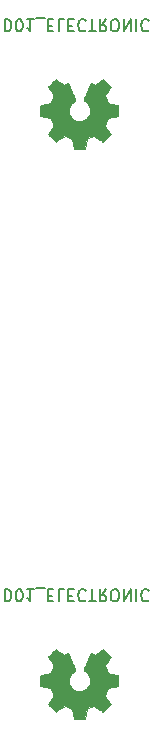
<source format=gbr>
G04 #@! TF.GenerationSoftware,KiCad,Pcbnew,5.1.5-52549c5~86~ubuntu18.04.1*
G04 #@! TF.CreationDate,2020-09-11T14:43:20-05:00*
G04 #@! TF.ProjectId,,58585858-5858-4585-9858-585858585858,rev?*
G04 #@! TF.SameCoordinates,Original*
G04 #@! TF.FileFunction,Legend,Bot*
G04 #@! TF.FilePolarity,Positive*
%FSLAX46Y46*%
G04 Gerber Fmt 4.6, Leading zero omitted, Abs format (unit mm)*
G04 Created by KiCad (PCBNEW 5.1.5-52549c5~86~ubuntu18.04.1) date 2020-09-11 14:43:20*
%MOMM*%
%LPD*%
G04 APERTURE LIST*
%ADD10C,0.150000*%
%ADD11C,0.010000*%
G04 APERTURE END LIST*
D10*
X115137371Y-83723219D02*
X115137371Y-84723219D01*
X115375466Y-84723219D01*
X115518323Y-84675600D01*
X115613561Y-84580361D01*
X115661180Y-84485123D01*
X115708800Y-84294647D01*
X115708800Y-84151790D01*
X115661180Y-83961314D01*
X115613561Y-83866076D01*
X115518323Y-83770838D01*
X115375466Y-83723219D01*
X115137371Y-83723219D01*
X116327847Y-84723219D02*
X116423085Y-84723219D01*
X116518323Y-84675600D01*
X116565942Y-84627980D01*
X116613561Y-84532742D01*
X116661180Y-84342266D01*
X116661180Y-84104171D01*
X116613561Y-83913695D01*
X116565942Y-83818457D01*
X116518323Y-83770838D01*
X116423085Y-83723219D01*
X116327847Y-83723219D01*
X116232609Y-83770838D01*
X116184990Y-83818457D01*
X116137371Y-83913695D01*
X116089752Y-84104171D01*
X116089752Y-84342266D01*
X116137371Y-84532742D01*
X116184990Y-84627980D01*
X116232609Y-84675600D01*
X116327847Y-84723219D01*
X117613561Y-83723219D02*
X117042133Y-83723219D01*
X117327847Y-83723219D02*
X117327847Y-84723219D01*
X117232609Y-84580361D01*
X117137371Y-84485123D01*
X117042133Y-84437504D01*
X117804038Y-83627980D02*
X118565942Y-83627980D01*
X118804038Y-84247028D02*
X119137371Y-84247028D01*
X119280228Y-83723219D02*
X118804038Y-83723219D01*
X118804038Y-84723219D01*
X119280228Y-84723219D01*
X120184990Y-83723219D02*
X119708800Y-83723219D01*
X119708800Y-84723219D01*
X120518323Y-84247028D02*
X120851657Y-84247028D01*
X120994514Y-83723219D02*
X120518323Y-83723219D01*
X120518323Y-84723219D01*
X120994514Y-84723219D01*
X121994514Y-83818457D02*
X121946895Y-83770838D01*
X121804038Y-83723219D01*
X121708800Y-83723219D01*
X121565942Y-83770838D01*
X121470704Y-83866076D01*
X121423085Y-83961314D01*
X121375466Y-84151790D01*
X121375466Y-84294647D01*
X121423085Y-84485123D01*
X121470704Y-84580361D01*
X121565942Y-84675600D01*
X121708800Y-84723219D01*
X121804038Y-84723219D01*
X121946895Y-84675600D01*
X121994514Y-84627980D01*
X122280228Y-84723219D02*
X122851657Y-84723219D01*
X122565942Y-83723219D02*
X122565942Y-84723219D01*
X123756419Y-83723219D02*
X123423085Y-84199409D01*
X123184990Y-83723219D02*
X123184990Y-84723219D01*
X123565942Y-84723219D01*
X123661180Y-84675600D01*
X123708800Y-84627980D01*
X123756419Y-84532742D01*
X123756419Y-84389885D01*
X123708800Y-84294647D01*
X123661180Y-84247028D01*
X123565942Y-84199409D01*
X123184990Y-84199409D01*
X124375466Y-84723219D02*
X124565942Y-84723219D01*
X124661180Y-84675600D01*
X124756419Y-84580361D01*
X124804038Y-84389885D01*
X124804038Y-84056552D01*
X124756419Y-83866076D01*
X124661180Y-83770838D01*
X124565942Y-83723219D01*
X124375466Y-83723219D01*
X124280228Y-83770838D01*
X124184990Y-83866076D01*
X124137371Y-84056552D01*
X124137371Y-84389885D01*
X124184990Y-84580361D01*
X124280228Y-84675600D01*
X124375466Y-84723219D01*
X125232609Y-83723219D02*
X125232609Y-84723219D01*
X125804038Y-83723219D01*
X125804038Y-84723219D01*
X126280228Y-83723219D02*
X126280228Y-84723219D01*
X127327847Y-83818457D02*
X127280228Y-83770838D01*
X127137371Y-83723219D01*
X127042133Y-83723219D01*
X126899276Y-83770838D01*
X126804038Y-83866076D01*
X126756419Y-83961314D01*
X126708800Y-84151790D01*
X126708800Y-84294647D01*
X126756419Y-84485123D01*
X126804038Y-84580361D01*
X126899276Y-84675600D01*
X127042133Y-84723219D01*
X127137371Y-84723219D01*
X127280228Y-84675600D01*
X127327847Y-84627980D01*
X115137371Y-35463219D02*
X115137371Y-36463219D01*
X115375466Y-36463219D01*
X115518323Y-36415600D01*
X115613561Y-36320361D01*
X115661180Y-36225123D01*
X115708800Y-36034647D01*
X115708800Y-35891790D01*
X115661180Y-35701314D01*
X115613561Y-35606076D01*
X115518323Y-35510838D01*
X115375466Y-35463219D01*
X115137371Y-35463219D01*
X116327847Y-36463219D02*
X116423085Y-36463219D01*
X116518323Y-36415600D01*
X116565942Y-36367980D01*
X116613561Y-36272742D01*
X116661180Y-36082266D01*
X116661180Y-35844171D01*
X116613561Y-35653695D01*
X116565942Y-35558457D01*
X116518323Y-35510838D01*
X116423085Y-35463219D01*
X116327847Y-35463219D01*
X116232609Y-35510838D01*
X116184990Y-35558457D01*
X116137371Y-35653695D01*
X116089752Y-35844171D01*
X116089752Y-36082266D01*
X116137371Y-36272742D01*
X116184990Y-36367980D01*
X116232609Y-36415600D01*
X116327847Y-36463219D01*
X117613561Y-35463219D02*
X117042133Y-35463219D01*
X117327847Y-35463219D02*
X117327847Y-36463219D01*
X117232609Y-36320361D01*
X117137371Y-36225123D01*
X117042133Y-36177504D01*
X117804038Y-35367980D02*
X118565942Y-35367980D01*
X118804038Y-35987028D02*
X119137371Y-35987028D01*
X119280228Y-35463219D02*
X118804038Y-35463219D01*
X118804038Y-36463219D01*
X119280228Y-36463219D01*
X120184990Y-35463219D02*
X119708800Y-35463219D01*
X119708800Y-36463219D01*
X120518323Y-35987028D02*
X120851657Y-35987028D01*
X120994514Y-35463219D02*
X120518323Y-35463219D01*
X120518323Y-36463219D01*
X120994514Y-36463219D01*
X121994514Y-35558457D02*
X121946895Y-35510838D01*
X121804038Y-35463219D01*
X121708800Y-35463219D01*
X121565942Y-35510838D01*
X121470704Y-35606076D01*
X121423085Y-35701314D01*
X121375466Y-35891790D01*
X121375466Y-36034647D01*
X121423085Y-36225123D01*
X121470704Y-36320361D01*
X121565942Y-36415600D01*
X121708800Y-36463219D01*
X121804038Y-36463219D01*
X121946895Y-36415600D01*
X121994514Y-36367980D01*
X122280228Y-36463219D02*
X122851657Y-36463219D01*
X122565942Y-35463219D02*
X122565942Y-36463219D01*
X123756419Y-35463219D02*
X123423085Y-35939409D01*
X123184990Y-35463219D02*
X123184990Y-36463219D01*
X123565942Y-36463219D01*
X123661180Y-36415600D01*
X123708800Y-36367980D01*
X123756419Y-36272742D01*
X123756419Y-36129885D01*
X123708800Y-36034647D01*
X123661180Y-35987028D01*
X123565942Y-35939409D01*
X123184990Y-35939409D01*
X124375466Y-36463219D02*
X124565942Y-36463219D01*
X124661180Y-36415600D01*
X124756419Y-36320361D01*
X124804038Y-36129885D01*
X124804038Y-35796552D01*
X124756419Y-35606076D01*
X124661180Y-35510838D01*
X124565942Y-35463219D01*
X124375466Y-35463219D01*
X124280228Y-35510838D01*
X124184990Y-35606076D01*
X124137371Y-35796552D01*
X124137371Y-36129885D01*
X124184990Y-36320361D01*
X124280228Y-36415600D01*
X124375466Y-36463219D01*
X125232609Y-35463219D02*
X125232609Y-36463219D01*
X125804038Y-35463219D01*
X125804038Y-36463219D01*
X126280228Y-35463219D02*
X126280228Y-36463219D01*
X127327847Y-35558457D02*
X127280228Y-35510838D01*
X127137371Y-35463219D01*
X127042133Y-35463219D01*
X126899276Y-35510838D01*
X126804038Y-35606076D01*
X126756419Y-35701314D01*
X126708800Y-35891790D01*
X126708800Y-36034647D01*
X126756419Y-36225123D01*
X126804038Y-36320361D01*
X126899276Y-36415600D01*
X127042133Y-36463219D01*
X127137371Y-36463219D01*
X127280228Y-36415600D01*
X127327847Y-36367980D01*
D11*
G36*
X122018614Y-94275869D02*
G01*
X122102435Y-93831245D01*
X122411720Y-93703747D01*
X122721006Y-93576249D01*
X123092046Y-93828554D01*
X123195957Y-93898804D01*
X123289887Y-93961528D01*
X123369452Y-94013862D01*
X123430270Y-94052943D01*
X123467957Y-94075907D01*
X123478221Y-94080858D01*
X123496710Y-94068124D01*
X123536220Y-94032918D01*
X123592322Y-93979738D01*
X123660587Y-93913082D01*
X123736586Y-93837446D01*
X123815892Y-93757328D01*
X123894075Y-93677226D01*
X123966707Y-93601636D01*
X124029359Y-93535055D01*
X124077603Y-93481982D01*
X124107010Y-93446913D01*
X124114041Y-93435177D01*
X124103923Y-93413540D01*
X124075559Y-93366138D01*
X124031929Y-93297607D01*
X123976018Y-93212585D01*
X123910806Y-93115707D01*
X123873019Y-93060450D01*
X123804143Y-92959552D01*
X123742940Y-92868501D01*
X123692378Y-92791830D01*
X123655428Y-92734072D01*
X123635058Y-92699757D01*
X123631997Y-92692546D01*
X123638936Y-92672052D01*
X123657851Y-92624287D01*
X123685887Y-92555968D01*
X123720191Y-92473811D01*
X123757909Y-92384530D01*
X123796187Y-92294842D01*
X123832170Y-92211462D01*
X123863006Y-92141106D01*
X123885839Y-92090490D01*
X123897817Y-92066329D01*
X123898524Y-92065378D01*
X123917331Y-92060764D01*
X123967418Y-92050472D01*
X124043593Y-92035513D01*
X124140665Y-92016899D01*
X124253443Y-91995641D01*
X124319242Y-91983382D01*
X124439750Y-91960438D01*
X124548597Y-91938605D01*
X124640276Y-91919078D01*
X124709281Y-91903052D01*
X124750104Y-91891721D01*
X124758311Y-91888126D01*
X124766348Y-91863794D01*
X124772833Y-91808841D01*
X124777770Y-91729692D01*
X124781164Y-91632774D01*
X124783018Y-91524513D01*
X124783338Y-91411335D01*
X124782127Y-91299665D01*
X124779390Y-91195932D01*
X124775131Y-91106559D01*
X124769355Y-91037974D01*
X124762067Y-90996603D01*
X124757695Y-90987990D01*
X124731564Y-90977667D01*
X124676193Y-90962908D01*
X124598907Y-90945448D01*
X124507030Y-90927020D01*
X124474958Y-90921059D01*
X124320324Y-90892734D01*
X124198175Y-90869924D01*
X124104473Y-90851720D01*
X124035184Y-90837217D01*
X123986271Y-90825508D01*
X123953697Y-90815685D01*
X123933428Y-90806844D01*
X123921426Y-90798076D01*
X123919747Y-90796343D01*
X123902984Y-90768429D01*
X123877414Y-90714105D01*
X123845588Y-90640023D01*
X123810060Y-90552835D01*
X123773383Y-90459192D01*
X123738111Y-90365748D01*
X123706796Y-90279153D01*
X123681993Y-90206060D01*
X123666254Y-90153122D01*
X123662132Y-90126989D01*
X123662476Y-90126074D01*
X123676441Y-90104714D01*
X123708122Y-90057716D01*
X123754191Y-89989973D01*
X123811318Y-89906377D01*
X123876173Y-89811818D01*
X123894643Y-89784946D01*
X123960499Y-89687525D01*
X124018450Y-89598637D01*
X124065338Y-89523388D01*
X124098007Y-89466880D01*
X124113300Y-89434219D01*
X124114041Y-89430207D01*
X124101192Y-89409116D01*
X124065688Y-89367336D01*
X124012093Y-89309355D01*
X123944971Y-89239665D01*
X123868887Y-89162755D01*
X123788404Y-89083117D01*
X123708087Y-89005239D01*
X123632499Y-88933614D01*
X123566205Y-88872730D01*
X123513769Y-88827079D01*
X123479755Y-88801150D01*
X123470345Y-88796917D01*
X123448443Y-88806888D01*
X123403600Y-88833780D01*
X123343121Y-88873064D01*
X123296589Y-88904683D01*
X123212275Y-88962702D01*
X123112426Y-89031016D01*
X123012273Y-89099221D01*
X122958427Y-89135725D01*
X122776171Y-89259000D01*
X122623181Y-89176280D01*
X122553482Y-89140041D01*
X122494214Y-89111874D01*
X122454111Y-89095809D01*
X122443903Y-89093574D01*
X122431629Y-89110078D01*
X122407413Y-89156718D01*
X122373063Y-89229191D01*
X122330388Y-89323194D01*
X122281194Y-89434426D01*
X122227290Y-89558585D01*
X122170484Y-89691368D01*
X122112582Y-89828473D01*
X122055393Y-89965598D01*
X122000724Y-90098442D01*
X121950384Y-90222702D01*
X121906180Y-90334075D01*
X121869919Y-90428261D01*
X121843409Y-90500956D01*
X121828458Y-90547859D01*
X121826054Y-90563967D01*
X121845111Y-90584514D01*
X121886836Y-90617867D01*
X121942506Y-90657098D01*
X121947178Y-90660201D01*
X122091064Y-90775377D01*
X122207083Y-90909747D01*
X122294230Y-91059016D01*
X122351499Y-91218887D01*
X122377886Y-91385063D01*
X122372385Y-91553248D01*
X122333990Y-91719145D01*
X122261695Y-91878458D01*
X122240426Y-91913313D01*
X122129796Y-92054063D01*
X121999102Y-92167086D01*
X121852864Y-92251797D01*
X121695608Y-92307606D01*
X121531857Y-92333926D01*
X121366133Y-92330170D01*
X121202962Y-92295750D01*
X121046865Y-92230077D01*
X120902367Y-92132565D01*
X120857669Y-92092987D01*
X120743912Y-91969097D01*
X120661018Y-91838676D01*
X120604156Y-91692485D01*
X120572487Y-91547712D01*
X120564669Y-91384940D01*
X120590738Y-91221360D01*
X120648045Y-91062502D01*
X120733944Y-90913894D01*
X120845786Y-90781065D01*
X120980923Y-90669544D01*
X120998683Y-90657789D01*
X121054950Y-90619292D01*
X121097723Y-90585937D01*
X121118172Y-90564640D01*
X121118469Y-90563967D01*
X121114079Y-90540929D01*
X121096676Y-90488643D01*
X121068068Y-90411410D01*
X121030065Y-90313532D01*
X120984474Y-90199309D01*
X120933103Y-90073042D01*
X120877762Y-89939033D01*
X120820258Y-89801582D01*
X120762401Y-89664992D01*
X120705998Y-89533563D01*
X120652858Y-89411595D01*
X120604790Y-89303391D01*
X120563601Y-89213251D01*
X120531101Y-89145477D01*
X120509097Y-89104370D01*
X120500236Y-89093574D01*
X120473160Y-89101981D01*
X120422497Y-89124528D01*
X120356983Y-89157187D01*
X120320959Y-89176280D01*
X120167968Y-89259000D01*
X119985712Y-89135725D01*
X119892675Y-89072572D01*
X119790815Y-89003073D01*
X119695362Y-88937635D01*
X119647550Y-88904683D01*
X119580305Y-88859527D01*
X119523364Y-88823743D01*
X119484154Y-88801862D01*
X119471419Y-88797237D01*
X119452883Y-88809715D01*
X119411859Y-88844548D01*
X119352325Y-88898122D01*
X119278258Y-88966817D01*
X119193635Y-89047019D01*
X119140115Y-89098514D01*
X119046481Y-89190514D01*
X118965559Y-89272801D01*
X118900623Y-89341855D01*
X118854942Y-89394156D01*
X118831789Y-89426184D01*
X118829568Y-89432684D01*
X118839876Y-89457406D01*
X118868361Y-89507395D01*
X118911863Y-89577588D01*
X118967223Y-89662925D01*
X119031280Y-89758344D01*
X119049497Y-89784946D01*
X119115873Y-89881633D01*
X119175422Y-89968683D01*
X119224816Y-90041205D01*
X119260725Y-90094307D01*
X119279819Y-90123097D01*
X119281664Y-90126074D01*
X119278905Y-90149018D01*
X119264262Y-90199464D01*
X119240287Y-90270759D01*
X119209534Y-90356253D01*
X119174556Y-90449293D01*
X119137907Y-90543226D01*
X119102139Y-90631401D01*
X119069806Y-90707166D01*
X119043462Y-90763869D01*
X119025658Y-90794857D01*
X119024393Y-90796343D01*
X119013506Y-90805199D01*
X118995118Y-90813957D01*
X118965194Y-90823523D01*
X118919697Y-90834804D01*
X118854591Y-90848707D01*
X118765839Y-90866137D01*
X118649407Y-90888002D01*
X118501258Y-90915209D01*
X118469182Y-90921059D01*
X118374114Y-90939426D01*
X118291235Y-90957395D01*
X118227870Y-90973231D01*
X118191342Y-90985200D01*
X118186444Y-90987990D01*
X118178373Y-91012728D01*
X118171813Y-91068010D01*
X118166767Y-91147411D01*
X118163241Y-91244504D01*
X118161239Y-91352862D01*
X118160764Y-91466060D01*
X118161823Y-91577672D01*
X118164418Y-91681271D01*
X118168554Y-91770432D01*
X118174237Y-91838728D01*
X118181469Y-91879734D01*
X118185829Y-91888126D01*
X118210102Y-91896592D01*
X118265374Y-91910365D01*
X118346138Y-91928250D01*
X118446888Y-91949052D01*
X118562117Y-91971577D01*
X118624898Y-91983382D01*
X118744013Y-92005649D01*
X118850235Y-92025821D01*
X118938373Y-92042885D01*
X119003234Y-92055831D01*
X119039626Y-92063645D01*
X119045616Y-92065378D01*
X119055739Y-92084910D01*
X119077138Y-92131957D01*
X119106961Y-92199797D01*
X119142355Y-92281709D01*
X119180468Y-92370972D01*
X119218447Y-92460865D01*
X119253440Y-92544665D01*
X119282594Y-92615653D01*
X119303057Y-92667106D01*
X119311977Y-92692303D01*
X119312143Y-92693404D01*
X119302031Y-92713281D01*
X119273683Y-92759023D01*
X119230077Y-92826083D01*
X119174194Y-92909916D01*
X119109013Y-93005974D01*
X119071121Y-93061150D01*
X119002075Y-93162319D01*
X118940750Y-93254170D01*
X118890137Y-93332056D01*
X118853229Y-93391331D01*
X118833018Y-93427349D01*
X118830099Y-93435423D01*
X118842647Y-93454216D01*
X118877337Y-93494343D01*
X118929737Y-93551307D01*
X118995416Y-93620615D01*
X119069944Y-93697769D01*
X119148887Y-93778275D01*
X119227817Y-93857637D01*
X119302300Y-93931360D01*
X119367906Y-93994948D01*
X119420204Y-94043906D01*
X119454761Y-94073739D01*
X119466322Y-94080858D01*
X119485146Y-94070847D01*
X119530169Y-94042722D01*
X119597013Y-93999346D01*
X119681301Y-93943582D01*
X119778656Y-93878294D01*
X119852093Y-93828554D01*
X120223133Y-93576249D01*
X120841705Y-93831245D01*
X120925525Y-94275869D01*
X121009346Y-94720493D01*
X121934794Y-94720493D01*
X122018614Y-94275869D01*
G37*
X122018614Y-94275869D02*
X122102435Y-93831245D01*
X122411720Y-93703747D01*
X122721006Y-93576249D01*
X123092046Y-93828554D01*
X123195957Y-93898804D01*
X123289887Y-93961528D01*
X123369452Y-94013862D01*
X123430270Y-94052943D01*
X123467957Y-94075907D01*
X123478221Y-94080858D01*
X123496710Y-94068124D01*
X123536220Y-94032918D01*
X123592322Y-93979738D01*
X123660587Y-93913082D01*
X123736586Y-93837446D01*
X123815892Y-93757328D01*
X123894075Y-93677226D01*
X123966707Y-93601636D01*
X124029359Y-93535055D01*
X124077603Y-93481982D01*
X124107010Y-93446913D01*
X124114041Y-93435177D01*
X124103923Y-93413540D01*
X124075559Y-93366138D01*
X124031929Y-93297607D01*
X123976018Y-93212585D01*
X123910806Y-93115707D01*
X123873019Y-93060450D01*
X123804143Y-92959552D01*
X123742940Y-92868501D01*
X123692378Y-92791830D01*
X123655428Y-92734072D01*
X123635058Y-92699757D01*
X123631997Y-92692546D01*
X123638936Y-92672052D01*
X123657851Y-92624287D01*
X123685887Y-92555968D01*
X123720191Y-92473811D01*
X123757909Y-92384530D01*
X123796187Y-92294842D01*
X123832170Y-92211462D01*
X123863006Y-92141106D01*
X123885839Y-92090490D01*
X123897817Y-92066329D01*
X123898524Y-92065378D01*
X123917331Y-92060764D01*
X123967418Y-92050472D01*
X124043593Y-92035513D01*
X124140665Y-92016899D01*
X124253443Y-91995641D01*
X124319242Y-91983382D01*
X124439750Y-91960438D01*
X124548597Y-91938605D01*
X124640276Y-91919078D01*
X124709281Y-91903052D01*
X124750104Y-91891721D01*
X124758311Y-91888126D01*
X124766348Y-91863794D01*
X124772833Y-91808841D01*
X124777770Y-91729692D01*
X124781164Y-91632774D01*
X124783018Y-91524513D01*
X124783338Y-91411335D01*
X124782127Y-91299665D01*
X124779390Y-91195932D01*
X124775131Y-91106559D01*
X124769355Y-91037974D01*
X124762067Y-90996603D01*
X124757695Y-90987990D01*
X124731564Y-90977667D01*
X124676193Y-90962908D01*
X124598907Y-90945448D01*
X124507030Y-90927020D01*
X124474958Y-90921059D01*
X124320324Y-90892734D01*
X124198175Y-90869924D01*
X124104473Y-90851720D01*
X124035184Y-90837217D01*
X123986271Y-90825508D01*
X123953697Y-90815685D01*
X123933428Y-90806844D01*
X123921426Y-90798076D01*
X123919747Y-90796343D01*
X123902984Y-90768429D01*
X123877414Y-90714105D01*
X123845588Y-90640023D01*
X123810060Y-90552835D01*
X123773383Y-90459192D01*
X123738111Y-90365748D01*
X123706796Y-90279153D01*
X123681993Y-90206060D01*
X123666254Y-90153122D01*
X123662132Y-90126989D01*
X123662476Y-90126074D01*
X123676441Y-90104714D01*
X123708122Y-90057716D01*
X123754191Y-89989973D01*
X123811318Y-89906377D01*
X123876173Y-89811818D01*
X123894643Y-89784946D01*
X123960499Y-89687525D01*
X124018450Y-89598637D01*
X124065338Y-89523388D01*
X124098007Y-89466880D01*
X124113300Y-89434219D01*
X124114041Y-89430207D01*
X124101192Y-89409116D01*
X124065688Y-89367336D01*
X124012093Y-89309355D01*
X123944971Y-89239665D01*
X123868887Y-89162755D01*
X123788404Y-89083117D01*
X123708087Y-89005239D01*
X123632499Y-88933614D01*
X123566205Y-88872730D01*
X123513769Y-88827079D01*
X123479755Y-88801150D01*
X123470345Y-88796917D01*
X123448443Y-88806888D01*
X123403600Y-88833780D01*
X123343121Y-88873064D01*
X123296589Y-88904683D01*
X123212275Y-88962702D01*
X123112426Y-89031016D01*
X123012273Y-89099221D01*
X122958427Y-89135725D01*
X122776171Y-89259000D01*
X122623181Y-89176280D01*
X122553482Y-89140041D01*
X122494214Y-89111874D01*
X122454111Y-89095809D01*
X122443903Y-89093574D01*
X122431629Y-89110078D01*
X122407413Y-89156718D01*
X122373063Y-89229191D01*
X122330388Y-89323194D01*
X122281194Y-89434426D01*
X122227290Y-89558585D01*
X122170484Y-89691368D01*
X122112582Y-89828473D01*
X122055393Y-89965598D01*
X122000724Y-90098442D01*
X121950384Y-90222702D01*
X121906180Y-90334075D01*
X121869919Y-90428261D01*
X121843409Y-90500956D01*
X121828458Y-90547859D01*
X121826054Y-90563967D01*
X121845111Y-90584514D01*
X121886836Y-90617867D01*
X121942506Y-90657098D01*
X121947178Y-90660201D01*
X122091064Y-90775377D01*
X122207083Y-90909747D01*
X122294230Y-91059016D01*
X122351499Y-91218887D01*
X122377886Y-91385063D01*
X122372385Y-91553248D01*
X122333990Y-91719145D01*
X122261695Y-91878458D01*
X122240426Y-91913313D01*
X122129796Y-92054063D01*
X121999102Y-92167086D01*
X121852864Y-92251797D01*
X121695608Y-92307606D01*
X121531857Y-92333926D01*
X121366133Y-92330170D01*
X121202962Y-92295750D01*
X121046865Y-92230077D01*
X120902367Y-92132565D01*
X120857669Y-92092987D01*
X120743912Y-91969097D01*
X120661018Y-91838676D01*
X120604156Y-91692485D01*
X120572487Y-91547712D01*
X120564669Y-91384940D01*
X120590738Y-91221360D01*
X120648045Y-91062502D01*
X120733944Y-90913894D01*
X120845786Y-90781065D01*
X120980923Y-90669544D01*
X120998683Y-90657789D01*
X121054950Y-90619292D01*
X121097723Y-90585937D01*
X121118172Y-90564640D01*
X121118469Y-90563967D01*
X121114079Y-90540929D01*
X121096676Y-90488643D01*
X121068068Y-90411410D01*
X121030065Y-90313532D01*
X120984474Y-90199309D01*
X120933103Y-90073042D01*
X120877762Y-89939033D01*
X120820258Y-89801582D01*
X120762401Y-89664992D01*
X120705998Y-89533563D01*
X120652858Y-89411595D01*
X120604790Y-89303391D01*
X120563601Y-89213251D01*
X120531101Y-89145477D01*
X120509097Y-89104370D01*
X120500236Y-89093574D01*
X120473160Y-89101981D01*
X120422497Y-89124528D01*
X120356983Y-89157187D01*
X120320959Y-89176280D01*
X120167968Y-89259000D01*
X119985712Y-89135725D01*
X119892675Y-89072572D01*
X119790815Y-89003073D01*
X119695362Y-88937635D01*
X119647550Y-88904683D01*
X119580305Y-88859527D01*
X119523364Y-88823743D01*
X119484154Y-88801862D01*
X119471419Y-88797237D01*
X119452883Y-88809715D01*
X119411859Y-88844548D01*
X119352325Y-88898122D01*
X119278258Y-88966817D01*
X119193635Y-89047019D01*
X119140115Y-89098514D01*
X119046481Y-89190514D01*
X118965559Y-89272801D01*
X118900623Y-89341855D01*
X118854942Y-89394156D01*
X118831789Y-89426184D01*
X118829568Y-89432684D01*
X118839876Y-89457406D01*
X118868361Y-89507395D01*
X118911863Y-89577588D01*
X118967223Y-89662925D01*
X119031280Y-89758344D01*
X119049497Y-89784946D01*
X119115873Y-89881633D01*
X119175422Y-89968683D01*
X119224816Y-90041205D01*
X119260725Y-90094307D01*
X119279819Y-90123097D01*
X119281664Y-90126074D01*
X119278905Y-90149018D01*
X119264262Y-90199464D01*
X119240287Y-90270759D01*
X119209534Y-90356253D01*
X119174556Y-90449293D01*
X119137907Y-90543226D01*
X119102139Y-90631401D01*
X119069806Y-90707166D01*
X119043462Y-90763869D01*
X119025658Y-90794857D01*
X119024393Y-90796343D01*
X119013506Y-90805199D01*
X118995118Y-90813957D01*
X118965194Y-90823523D01*
X118919697Y-90834804D01*
X118854591Y-90848707D01*
X118765839Y-90866137D01*
X118649407Y-90888002D01*
X118501258Y-90915209D01*
X118469182Y-90921059D01*
X118374114Y-90939426D01*
X118291235Y-90957395D01*
X118227870Y-90973231D01*
X118191342Y-90985200D01*
X118186444Y-90987990D01*
X118178373Y-91012728D01*
X118171813Y-91068010D01*
X118166767Y-91147411D01*
X118163241Y-91244504D01*
X118161239Y-91352862D01*
X118160764Y-91466060D01*
X118161823Y-91577672D01*
X118164418Y-91681271D01*
X118168554Y-91770432D01*
X118174237Y-91838728D01*
X118181469Y-91879734D01*
X118185829Y-91888126D01*
X118210102Y-91896592D01*
X118265374Y-91910365D01*
X118346138Y-91928250D01*
X118446888Y-91949052D01*
X118562117Y-91971577D01*
X118624898Y-91983382D01*
X118744013Y-92005649D01*
X118850235Y-92025821D01*
X118938373Y-92042885D01*
X119003234Y-92055831D01*
X119039626Y-92063645D01*
X119045616Y-92065378D01*
X119055739Y-92084910D01*
X119077138Y-92131957D01*
X119106961Y-92199797D01*
X119142355Y-92281709D01*
X119180468Y-92370972D01*
X119218447Y-92460865D01*
X119253440Y-92544665D01*
X119282594Y-92615653D01*
X119303057Y-92667106D01*
X119311977Y-92692303D01*
X119312143Y-92693404D01*
X119302031Y-92713281D01*
X119273683Y-92759023D01*
X119230077Y-92826083D01*
X119174194Y-92909916D01*
X119109013Y-93005974D01*
X119071121Y-93061150D01*
X119002075Y-93162319D01*
X118940750Y-93254170D01*
X118890137Y-93332056D01*
X118853229Y-93391331D01*
X118833018Y-93427349D01*
X118830099Y-93435423D01*
X118842647Y-93454216D01*
X118877337Y-93494343D01*
X118929737Y-93551307D01*
X118995416Y-93620615D01*
X119069944Y-93697769D01*
X119148887Y-93778275D01*
X119227817Y-93857637D01*
X119302300Y-93931360D01*
X119367906Y-93994948D01*
X119420204Y-94043906D01*
X119454761Y-94073739D01*
X119466322Y-94080858D01*
X119485146Y-94070847D01*
X119530169Y-94042722D01*
X119597013Y-93999346D01*
X119681301Y-93943582D01*
X119778656Y-93878294D01*
X119852093Y-93828554D01*
X120223133Y-93576249D01*
X120841705Y-93831245D01*
X120925525Y-94275869D01*
X121009346Y-94720493D01*
X121934794Y-94720493D01*
X122018614Y-94275869D01*
G36*
X122018614Y-46015869D02*
G01*
X122102435Y-45571245D01*
X122411720Y-45443747D01*
X122721006Y-45316249D01*
X123092046Y-45568554D01*
X123195957Y-45638804D01*
X123289887Y-45701528D01*
X123369452Y-45753862D01*
X123430270Y-45792943D01*
X123467957Y-45815907D01*
X123478221Y-45820858D01*
X123496710Y-45808124D01*
X123536220Y-45772918D01*
X123592322Y-45719738D01*
X123660587Y-45653082D01*
X123736586Y-45577446D01*
X123815892Y-45497328D01*
X123894075Y-45417226D01*
X123966707Y-45341636D01*
X124029359Y-45275055D01*
X124077603Y-45221982D01*
X124107010Y-45186913D01*
X124114041Y-45175177D01*
X124103923Y-45153540D01*
X124075559Y-45106138D01*
X124031929Y-45037607D01*
X123976018Y-44952585D01*
X123910806Y-44855707D01*
X123873019Y-44800450D01*
X123804143Y-44699552D01*
X123742940Y-44608501D01*
X123692378Y-44531830D01*
X123655428Y-44474072D01*
X123635058Y-44439757D01*
X123631997Y-44432546D01*
X123638936Y-44412052D01*
X123657851Y-44364287D01*
X123685887Y-44295968D01*
X123720191Y-44213811D01*
X123757909Y-44124530D01*
X123796187Y-44034842D01*
X123832170Y-43951462D01*
X123863006Y-43881106D01*
X123885839Y-43830490D01*
X123897817Y-43806329D01*
X123898524Y-43805378D01*
X123917331Y-43800764D01*
X123967418Y-43790472D01*
X124043593Y-43775513D01*
X124140665Y-43756899D01*
X124253443Y-43735641D01*
X124319242Y-43723382D01*
X124439750Y-43700438D01*
X124548597Y-43678605D01*
X124640276Y-43659078D01*
X124709281Y-43643052D01*
X124750104Y-43631721D01*
X124758311Y-43628126D01*
X124766348Y-43603794D01*
X124772833Y-43548841D01*
X124777770Y-43469692D01*
X124781164Y-43372774D01*
X124783018Y-43264513D01*
X124783338Y-43151335D01*
X124782127Y-43039665D01*
X124779390Y-42935932D01*
X124775131Y-42846559D01*
X124769355Y-42777974D01*
X124762067Y-42736603D01*
X124757695Y-42727990D01*
X124731564Y-42717667D01*
X124676193Y-42702908D01*
X124598907Y-42685448D01*
X124507030Y-42667020D01*
X124474958Y-42661059D01*
X124320324Y-42632734D01*
X124198175Y-42609924D01*
X124104473Y-42591720D01*
X124035184Y-42577217D01*
X123986271Y-42565508D01*
X123953697Y-42555685D01*
X123933428Y-42546844D01*
X123921426Y-42538076D01*
X123919747Y-42536343D01*
X123902984Y-42508429D01*
X123877414Y-42454105D01*
X123845588Y-42380023D01*
X123810060Y-42292835D01*
X123773383Y-42199192D01*
X123738111Y-42105748D01*
X123706796Y-42019153D01*
X123681993Y-41946060D01*
X123666254Y-41893122D01*
X123662132Y-41866989D01*
X123662476Y-41866074D01*
X123676441Y-41844714D01*
X123708122Y-41797716D01*
X123754191Y-41729973D01*
X123811318Y-41646377D01*
X123876173Y-41551818D01*
X123894643Y-41524946D01*
X123960499Y-41427525D01*
X124018450Y-41338637D01*
X124065338Y-41263388D01*
X124098007Y-41206880D01*
X124113300Y-41174219D01*
X124114041Y-41170207D01*
X124101192Y-41149116D01*
X124065688Y-41107336D01*
X124012093Y-41049355D01*
X123944971Y-40979665D01*
X123868887Y-40902755D01*
X123788404Y-40823117D01*
X123708087Y-40745239D01*
X123632499Y-40673614D01*
X123566205Y-40612730D01*
X123513769Y-40567079D01*
X123479755Y-40541150D01*
X123470345Y-40536917D01*
X123448443Y-40546888D01*
X123403600Y-40573780D01*
X123343121Y-40613064D01*
X123296589Y-40644683D01*
X123212275Y-40702702D01*
X123112426Y-40771016D01*
X123012273Y-40839221D01*
X122958427Y-40875725D01*
X122776171Y-40999000D01*
X122623181Y-40916280D01*
X122553482Y-40880041D01*
X122494214Y-40851874D01*
X122454111Y-40835809D01*
X122443903Y-40833574D01*
X122431629Y-40850078D01*
X122407413Y-40896718D01*
X122373063Y-40969191D01*
X122330388Y-41063194D01*
X122281194Y-41174426D01*
X122227290Y-41298585D01*
X122170484Y-41431368D01*
X122112582Y-41568473D01*
X122055393Y-41705598D01*
X122000724Y-41838442D01*
X121950384Y-41962702D01*
X121906180Y-42074075D01*
X121869919Y-42168261D01*
X121843409Y-42240956D01*
X121828458Y-42287859D01*
X121826054Y-42303967D01*
X121845111Y-42324514D01*
X121886836Y-42357867D01*
X121942506Y-42397098D01*
X121947178Y-42400201D01*
X122091064Y-42515377D01*
X122207083Y-42649747D01*
X122294230Y-42799016D01*
X122351499Y-42958887D01*
X122377886Y-43125063D01*
X122372385Y-43293248D01*
X122333990Y-43459145D01*
X122261695Y-43618458D01*
X122240426Y-43653313D01*
X122129796Y-43794063D01*
X121999102Y-43907086D01*
X121852864Y-43991797D01*
X121695608Y-44047606D01*
X121531857Y-44073926D01*
X121366133Y-44070170D01*
X121202962Y-44035750D01*
X121046865Y-43970077D01*
X120902367Y-43872565D01*
X120857669Y-43832987D01*
X120743912Y-43709097D01*
X120661018Y-43578676D01*
X120604156Y-43432485D01*
X120572487Y-43287712D01*
X120564669Y-43124940D01*
X120590738Y-42961360D01*
X120648045Y-42802502D01*
X120733944Y-42653894D01*
X120845786Y-42521065D01*
X120980923Y-42409544D01*
X120998683Y-42397789D01*
X121054950Y-42359292D01*
X121097723Y-42325937D01*
X121118172Y-42304640D01*
X121118469Y-42303967D01*
X121114079Y-42280929D01*
X121096676Y-42228643D01*
X121068068Y-42151410D01*
X121030065Y-42053532D01*
X120984474Y-41939309D01*
X120933103Y-41813042D01*
X120877762Y-41679033D01*
X120820258Y-41541582D01*
X120762401Y-41404992D01*
X120705998Y-41273563D01*
X120652858Y-41151595D01*
X120604790Y-41043391D01*
X120563601Y-40953251D01*
X120531101Y-40885477D01*
X120509097Y-40844370D01*
X120500236Y-40833574D01*
X120473160Y-40841981D01*
X120422497Y-40864528D01*
X120356983Y-40897187D01*
X120320959Y-40916280D01*
X120167968Y-40999000D01*
X119985712Y-40875725D01*
X119892675Y-40812572D01*
X119790815Y-40743073D01*
X119695362Y-40677635D01*
X119647550Y-40644683D01*
X119580305Y-40599527D01*
X119523364Y-40563743D01*
X119484154Y-40541862D01*
X119471419Y-40537237D01*
X119452883Y-40549715D01*
X119411859Y-40584548D01*
X119352325Y-40638122D01*
X119278258Y-40706817D01*
X119193635Y-40787019D01*
X119140115Y-40838514D01*
X119046481Y-40930514D01*
X118965559Y-41012801D01*
X118900623Y-41081855D01*
X118854942Y-41134156D01*
X118831789Y-41166184D01*
X118829568Y-41172684D01*
X118839876Y-41197406D01*
X118868361Y-41247395D01*
X118911863Y-41317588D01*
X118967223Y-41402925D01*
X119031280Y-41498344D01*
X119049497Y-41524946D01*
X119115873Y-41621633D01*
X119175422Y-41708683D01*
X119224816Y-41781205D01*
X119260725Y-41834307D01*
X119279819Y-41863097D01*
X119281664Y-41866074D01*
X119278905Y-41889018D01*
X119264262Y-41939464D01*
X119240287Y-42010759D01*
X119209534Y-42096253D01*
X119174556Y-42189293D01*
X119137907Y-42283226D01*
X119102139Y-42371401D01*
X119069806Y-42447166D01*
X119043462Y-42503869D01*
X119025658Y-42534857D01*
X119024393Y-42536343D01*
X119013506Y-42545199D01*
X118995118Y-42553957D01*
X118965194Y-42563523D01*
X118919697Y-42574804D01*
X118854591Y-42588707D01*
X118765839Y-42606137D01*
X118649407Y-42628002D01*
X118501258Y-42655209D01*
X118469182Y-42661059D01*
X118374114Y-42679426D01*
X118291235Y-42697395D01*
X118227870Y-42713231D01*
X118191342Y-42725200D01*
X118186444Y-42727990D01*
X118178373Y-42752728D01*
X118171813Y-42808010D01*
X118166767Y-42887411D01*
X118163241Y-42984504D01*
X118161239Y-43092862D01*
X118160764Y-43206060D01*
X118161823Y-43317672D01*
X118164418Y-43421271D01*
X118168554Y-43510432D01*
X118174237Y-43578728D01*
X118181469Y-43619734D01*
X118185829Y-43628126D01*
X118210102Y-43636592D01*
X118265374Y-43650365D01*
X118346138Y-43668250D01*
X118446888Y-43689052D01*
X118562117Y-43711577D01*
X118624898Y-43723382D01*
X118744013Y-43745649D01*
X118850235Y-43765821D01*
X118938373Y-43782885D01*
X119003234Y-43795831D01*
X119039626Y-43803645D01*
X119045616Y-43805378D01*
X119055739Y-43824910D01*
X119077138Y-43871957D01*
X119106961Y-43939797D01*
X119142355Y-44021709D01*
X119180468Y-44110972D01*
X119218447Y-44200865D01*
X119253440Y-44284665D01*
X119282594Y-44355653D01*
X119303057Y-44407106D01*
X119311977Y-44432303D01*
X119312143Y-44433404D01*
X119302031Y-44453281D01*
X119273683Y-44499023D01*
X119230077Y-44566083D01*
X119174194Y-44649916D01*
X119109013Y-44745974D01*
X119071121Y-44801150D01*
X119002075Y-44902319D01*
X118940750Y-44994170D01*
X118890137Y-45072056D01*
X118853229Y-45131331D01*
X118833018Y-45167349D01*
X118830099Y-45175423D01*
X118842647Y-45194216D01*
X118877337Y-45234343D01*
X118929737Y-45291307D01*
X118995416Y-45360615D01*
X119069944Y-45437769D01*
X119148887Y-45518275D01*
X119227817Y-45597637D01*
X119302300Y-45671360D01*
X119367906Y-45734948D01*
X119420204Y-45783906D01*
X119454761Y-45813739D01*
X119466322Y-45820858D01*
X119485146Y-45810847D01*
X119530169Y-45782722D01*
X119597013Y-45739346D01*
X119681301Y-45683582D01*
X119778656Y-45618294D01*
X119852093Y-45568554D01*
X120223133Y-45316249D01*
X120841705Y-45571245D01*
X120925525Y-46015869D01*
X121009346Y-46460493D01*
X121934794Y-46460493D01*
X122018614Y-46015869D01*
G37*
X122018614Y-46015869D02*
X122102435Y-45571245D01*
X122411720Y-45443747D01*
X122721006Y-45316249D01*
X123092046Y-45568554D01*
X123195957Y-45638804D01*
X123289887Y-45701528D01*
X123369452Y-45753862D01*
X123430270Y-45792943D01*
X123467957Y-45815907D01*
X123478221Y-45820858D01*
X123496710Y-45808124D01*
X123536220Y-45772918D01*
X123592322Y-45719738D01*
X123660587Y-45653082D01*
X123736586Y-45577446D01*
X123815892Y-45497328D01*
X123894075Y-45417226D01*
X123966707Y-45341636D01*
X124029359Y-45275055D01*
X124077603Y-45221982D01*
X124107010Y-45186913D01*
X124114041Y-45175177D01*
X124103923Y-45153540D01*
X124075559Y-45106138D01*
X124031929Y-45037607D01*
X123976018Y-44952585D01*
X123910806Y-44855707D01*
X123873019Y-44800450D01*
X123804143Y-44699552D01*
X123742940Y-44608501D01*
X123692378Y-44531830D01*
X123655428Y-44474072D01*
X123635058Y-44439757D01*
X123631997Y-44432546D01*
X123638936Y-44412052D01*
X123657851Y-44364287D01*
X123685887Y-44295968D01*
X123720191Y-44213811D01*
X123757909Y-44124530D01*
X123796187Y-44034842D01*
X123832170Y-43951462D01*
X123863006Y-43881106D01*
X123885839Y-43830490D01*
X123897817Y-43806329D01*
X123898524Y-43805378D01*
X123917331Y-43800764D01*
X123967418Y-43790472D01*
X124043593Y-43775513D01*
X124140665Y-43756899D01*
X124253443Y-43735641D01*
X124319242Y-43723382D01*
X124439750Y-43700438D01*
X124548597Y-43678605D01*
X124640276Y-43659078D01*
X124709281Y-43643052D01*
X124750104Y-43631721D01*
X124758311Y-43628126D01*
X124766348Y-43603794D01*
X124772833Y-43548841D01*
X124777770Y-43469692D01*
X124781164Y-43372774D01*
X124783018Y-43264513D01*
X124783338Y-43151335D01*
X124782127Y-43039665D01*
X124779390Y-42935932D01*
X124775131Y-42846559D01*
X124769355Y-42777974D01*
X124762067Y-42736603D01*
X124757695Y-42727990D01*
X124731564Y-42717667D01*
X124676193Y-42702908D01*
X124598907Y-42685448D01*
X124507030Y-42667020D01*
X124474958Y-42661059D01*
X124320324Y-42632734D01*
X124198175Y-42609924D01*
X124104473Y-42591720D01*
X124035184Y-42577217D01*
X123986271Y-42565508D01*
X123953697Y-42555685D01*
X123933428Y-42546844D01*
X123921426Y-42538076D01*
X123919747Y-42536343D01*
X123902984Y-42508429D01*
X123877414Y-42454105D01*
X123845588Y-42380023D01*
X123810060Y-42292835D01*
X123773383Y-42199192D01*
X123738111Y-42105748D01*
X123706796Y-42019153D01*
X123681993Y-41946060D01*
X123666254Y-41893122D01*
X123662132Y-41866989D01*
X123662476Y-41866074D01*
X123676441Y-41844714D01*
X123708122Y-41797716D01*
X123754191Y-41729973D01*
X123811318Y-41646377D01*
X123876173Y-41551818D01*
X123894643Y-41524946D01*
X123960499Y-41427525D01*
X124018450Y-41338637D01*
X124065338Y-41263388D01*
X124098007Y-41206880D01*
X124113300Y-41174219D01*
X124114041Y-41170207D01*
X124101192Y-41149116D01*
X124065688Y-41107336D01*
X124012093Y-41049355D01*
X123944971Y-40979665D01*
X123868887Y-40902755D01*
X123788404Y-40823117D01*
X123708087Y-40745239D01*
X123632499Y-40673614D01*
X123566205Y-40612730D01*
X123513769Y-40567079D01*
X123479755Y-40541150D01*
X123470345Y-40536917D01*
X123448443Y-40546888D01*
X123403600Y-40573780D01*
X123343121Y-40613064D01*
X123296589Y-40644683D01*
X123212275Y-40702702D01*
X123112426Y-40771016D01*
X123012273Y-40839221D01*
X122958427Y-40875725D01*
X122776171Y-40999000D01*
X122623181Y-40916280D01*
X122553482Y-40880041D01*
X122494214Y-40851874D01*
X122454111Y-40835809D01*
X122443903Y-40833574D01*
X122431629Y-40850078D01*
X122407413Y-40896718D01*
X122373063Y-40969191D01*
X122330388Y-41063194D01*
X122281194Y-41174426D01*
X122227290Y-41298585D01*
X122170484Y-41431368D01*
X122112582Y-41568473D01*
X122055393Y-41705598D01*
X122000724Y-41838442D01*
X121950384Y-41962702D01*
X121906180Y-42074075D01*
X121869919Y-42168261D01*
X121843409Y-42240956D01*
X121828458Y-42287859D01*
X121826054Y-42303967D01*
X121845111Y-42324514D01*
X121886836Y-42357867D01*
X121942506Y-42397098D01*
X121947178Y-42400201D01*
X122091064Y-42515377D01*
X122207083Y-42649747D01*
X122294230Y-42799016D01*
X122351499Y-42958887D01*
X122377886Y-43125063D01*
X122372385Y-43293248D01*
X122333990Y-43459145D01*
X122261695Y-43618458D01*
X122240426Y-43653313D01*
X122129796Y-43794063D01*
X121999102Y-43907086D01*
X121852864Y-43991797D01*
X121695608Y-44047606D01*
X121531857Y-44073926D01*
X121366133Y-44070170D01*
X121202962Y-44035750D01*
X121046865Y-43970077D01*
X120902367Y-43872565D01*
X120857669Y-43832987D01*
X120743912Y-43709097D01*
X120661018Y-43578676D01*
X120604156Y-43432485D01*
X120572487Y-43287712D01*
X120564669Y-43124940D01*
X120590738Y-42961360D01*
X120648045Y-42802502D01*
X120733944Y-42653894D01*
X120845786Y-42521065D01*
X120980923Y-42409544D01*
X120998683Y-42397789D01*
X121054950Y-42359292D01*
X121097723Y-42325937D01*
X121118172Y-42304640D01*
X121118469Y-42303967D01*
X121114079Y-42280929D01*
X121096676Y-42228643D01*
X121068068Y-42151410D01*
X121030065Y-42053532D01*
X120984474Y-41939309D01*
X120933103Y-41813042D01*
X120877762Y-41679033D01*
X120820258Y-41541582D01*
X120762401Y-41404992D01*
X120705998Y-41273563D01*
X120652858Y-41151595D01*
X120604790Y-41043391D01*
X120563601Y-40953251D01*
X120531101Y-40885477D01*
X120509097Y-40844370D01*
X120500236Y-40833574D01*
X120473160Y-40841981D01*
X120422497Y-40864528D01*
X120356983Y-40897187D01*
X120320959Y-40916280D01*
X120167968Y-40999000D01*
X119985712Y-40875725D01*
X119892675Y-40812572D01*
X119790815Y-40743073D01*
X119695362Y-40677635D01*
X119647550Y-40644683D01*
X119580305Y-40599527D01*
X119523364Y-40563743D01*
X119484154Y-40541862D01*
X119471419Y-40537237D01*
X119452883Y-40549715D01*
X119411859Y-40584548D01*
X119352325Y-40638122D01*
X119278258Y-40706817D01*
X119193635Y-40787019D01*
X119140115Y-40838514D01*
X119046481Y-40930514D01*
X118965559Y-41012801D01*
X118900623Y-41081855D01*
X118854942Y-41134156D01*
X118831789Y-41166184D01*
X118829568Y-41172684D01*
X118839876Y-41197406D01*
X118868361Y-41247395D01*
X118911863Y-41317588D01*
X118967223Y-41402925D01*
X119031280Y-41498344D01*
X119049497Y-41524946D01*
X119115873Y-41621633D01*
X119175422Y-41708683D01*
X119224816Y-41781205D01*
X119260725Y-41834307D01*
X119279819Y-41863097D01*
X119281664Y-41866074D01*
X119278905Y-41889018D01*
X119264262Y-41939464D01*
X119240287Y-42010759D01*
X119209534Y-42096253D01*
X119174556Y-42189293D01*
X119137907Y-42283226D01*
X119102139Y-42371401D01*
X119069806Y-42447166D01*
X119043462Y-42503869D01*
X119025658Y-42534857D01*
X119024393Y-42536343D01*
X119013506Y-42545199D01*
X118995118Y-42553957D01*
X118965194Y-42563523D01*
X118919697Y-42574804D01*
X118854591Y-42588707D01*
X118765839Y-42606137D01*
X118649407Y-42628002D01*
X118501258Y-42655209D01*
X118469182Y-42661059D01*
X118374114Y-42679426D01*
X118291235Y-42697395D01*
X118227870Y-42713231D01*
X118191342Y-42725200D01*
X118186444Y-42727990D01*
X118178373Y-42752728D01*
X118171813Y-42808010D01*
X118166767Y-42887411D01*
X118163241Y-42984504D01*
X118161239Y-43092862D01*
X118160764Y-43206060D01*
X118161823Y-43317672D01*
X118164418Y-43421271D01*
X118168554Y-43510432D01*
X118174237Y-43578728D01*
X118181469Y-43619734D01*
X118185829Y-43628126D01*
X118210102Y-43636592D01*
X118265374Y-43650365D01*
X118346138Y-43668250D01*
X118446888Y-43689052D01*
X118562117Y-43711577D01*
X118624898Y-43723382D01*
X118744013Y-43745649D01*
X118850235Y-43765821D01*
X118938373Y-43782885D01*
X119003234Y-43795831D01*
X119039626Y-43803645D01*
X119045616Y-43805378D01*
X119055739Y-43824910D01*
X119077138Y-43871957D01*
X119106961Y-43939797D01*
X119142355Y-44021709D01*
X119180468Y-44110972D01*
X119218447Y-44200865D01*
X119253440Y-44284665D01*
X119282594Y-44355653D01*
X119303057Y-44407106D01*
X119311977Y-44432303D01*
X119312143Y-44433404D01*
X119302031Y-44453281D01*
X119273683Y-44499023D01*
X119230077Y-44566083D01*
X119174194Y-44649916D01*
X119109013Y-44745974D01*
X119071121Y-44801150D01*
X119002075Y-44902319D01*
X118940750Y-44994170D01*
X118890137Y-45072056D01*
X118853229Y-45131331D01*
X118833018Y-45167349D01*
X118830099Y-45175423D01*
X118842647Y-45194216D01*
X118877337Y-45234343D01*
X118929737Y-45291307D01*
X118995416Y-45360615D01*
X119069944Y-45437769D01*
X119148887Y-45518275D01*
X119227817Y-45597637D01*
X119302300Y-45671360D01*
X119367906Y-45734948D01*
X119420204Y-45783906D01*
X119454761Y-45813739D01*
X119466322Y-45820858D01*
X119485146Y-45810847D01*
X119530169Y-45782722D01*
X119597013Y-45739346D01*
X119681301Y-45683582D01*
X119778656Y-45618294D01*
X119852093Y-45568554D01*
X120223133Y-45316249D01*
X120841705Y-45571245D01*
X120925525Y-46015869D01*
X121009346Y-46460493D01*
X121934794Y-46460493D01*
X122018614Y-46015869D01*
M02*

</source>
